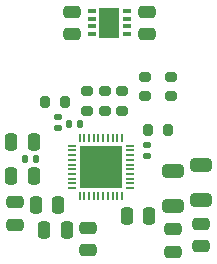
<source format=gbr>
%TF.GenerationSoftware,KiCad,Pcbnew,9.0.0*%
%TF.CreationDate,2025-03-31T19:39:25-04:00*%
%TF.ProjectId,nano405,6e616e6f-3430-4352-9e6b-696361645f70,A*%
%TF.SameCoordinates,Original*%
%TF.FileFunction,Paste,Bot*%
%TF.FilePolarity,Positive*%
%FSLAX46Y46*%
G04 Gerber Fmt 4.6, Leading zero omitted, Abs format (unit mm)*
G04 Created by KiCad (PCBNEW 9.0.0) date 2025-03-31 19:39:25*
%MOMM*%
%LPD*%
G01*
G04 APERTURE LIST*
G04 Aperture macros list*
%AMRoundRect*
0 Rectangle with rounded corners*
0 $1 Rounding radius*
0 $2 $3 $4 $5 $6 $7 $8 $9 X,Y pos of 4 corners*
0 Add a 4 corners polygon primitive as box body*
4,1,4,$2,$3,$4,$5,$6,$7,$8,$9,$2,$3,0*
0 Add four circle primitives for the rounded corners*
1,1,$1+$1,$2,$3*
1,1,$1+$1,$4,$5*
1,1,$1+$1,$6,$7*
1,1,$1+$1,$8,$9*
0 Add four rect primitives between the rounded corners*
20,1,$1+$1,$2,$3,$4,$5,0*
20,1,$1+$1,$4,$5,$6,$7,0*
20,1,$1+$1,$6,$7,$8,$9,0*
20,1,$1+$1,$8,$9,$2,$3,0*%
G04 Aperture macros list end*
%ADD10RoundRect,0.200000X-0.275000X0.200000X-0.275000X-0.200000X0.275000X-0.200000X0.275000X0.200000X0*%
%ADD11RoundRect,0.140000X0.170000X-0.140000X0.170000X0.140000X-0.170000X0.140000X-0.170000X-0.140000X0*%
%ADD12RoundRect,0.250000X0.250000X0.475000X-0.250000X0.475000X-0.250000X-0.475000X0.250000X-0.475000X0*%
%ADD13RoundRect,0.250000X-0.475000X0.250000X-0.475000X-0.250000X0.475000X-0.250000X0.475000X0.250000X0*%
%ADD14RoundRect,0.200000X0.200000X0.275000X-0.200000X0.275000X-0.200000X-0.275000X0.200000X-0.275000X0*%
%ADD15RoundRect,0.250000X0.650000X-0.325000X0.650000X0.325000X-0.650000X0.325000X-0.650000X-0.325000X0*%
%ADD16RoundRect,0.200000X-0.200000X-0.275000X0.200000X-0.275000X0.200000X0.275000X-0.200000X0.275000X0*%
%ADD17RoundRect,0.250000X-0.650000X0.325000X-0.650000X-0.325000X0.650000X-0.325000X0.650000X0.325000X0*%
%ADD18RoundRect,0.250000X-0.250000X-0.475000X0.250000X-0.475000X0.250000X0.475000X-0.250000X0.475000X0*%
%ADD19RoundRect,0.140000X0.140000X0.170000X-0.140000X0.170000X-0.140000X-0.170000X0.140000X-0.170000X0*%
%ADD20R,0.800000X0.350000*%
%ADD21R,1.750000X2.500000*%
%ADD22R,0.762000X0.203200*%
%ADD23R,0.203200X0.762000*%
%ADD24R,3.606800X3.606800*%
G04 APERTURE END LIST*
D10*
%TO.C,R21*%
X117625000Y-56700000D03*
X117625000Y-58350000D03*
%TD*%
D11*
%TO.C,C23*%
X115600000Y-63410000D03*
X115600000Y-62450000D03*
%TD*%
D12*
%TO.C,C20*%
X105975000Y-62200000D03*
X104075000Y-62200000D03*
%TD*%
D11*
%TO.C,C33*%
X108040000Y-61010000D03*
X108040000Y-60050000D03*
%TD*%
D10*
%TO.C,R17*%
X112000000Y-57900000D03*
X112000000Y-59550000D03*
%TD*%
D13*
%TO.C,C25*%
X117750000Y-69600000D03*
X117750000Y-71500000D03*
%TD*%
%TO.C,C49*%
X109225000Y-51175000D03*
X109225000Y-53075000D03*
%TD*%
D12*
%TO.C,C30*%
X108050000Y-67550000D03*
X106150000Y-67550000D03*
%TD*%
D13*
%TO.C,C31*%
X104400000Y-67300000D03*
X104400000Y-69200000D03*
%TD*%
D10*
%TO.C,R19*%
X113500000Y-57900000D03*
X113500000Y-59550000D03*
%TD*%
D14*
%TO.C,R23*%
X108600000Y-58800000D03*
X106950000Y-58800000D03*
%TD*%
D15*
%TO.C,C24*%
X117750000Y-67600000D03*
X117750000Y-64650000D03*
%TD*%
D10*
%TO.C,R20*%
X110500000Y-57900000D03*
X110500000Y-59550000D03*
%TD*%
D12*
%TO.C,C27*%
X115775700Y-68509999D03*
X113875700Y-68509999D03*
%TD*%
D13*
%TO.C,C50*%
X115575000Y-51175000D03*
X115575000Y-53075000D03*
%TD*%
D16*
%TO.C,R18*%
X115700000Y-61200000D03*
X117350000Y-61200000D03*
%TD*%
D17*
%TO.C,C22*%
X120175000Y-64150000D03*
X120175000Y-67100000D03*
%TD*%
D18*
%TO.C,C32*%
X106900000Y-69659999D03*
X108800000Y-69659999D03*
%TD*%
D19*
%TO.C,C21*%
X109900000Y-60659999D03*
X108940000Y-60659999D03*
%TD*%
D20*
%TO.C,U5*%
X113900000Y-51125000D03*
X113900000Y-51775000D03*
X113900000Y-52425000D03*
X113900000Y-53075000D03*
X110900000Y-53075000D03*
X110900000Y-52425000D03*
X110900000Y-51775000D03*
X110900000Y-51125000D03*
D21*
X112400000Y-52100000D03*
%TD*%
D10*
%TO.C,R22*%
X115425000Y-56700000D03*
X115425000Y-58350000D03*
%TD*%
D13*
%TO.C,C26*%
X120175000Y-69150000D03*
X120175000Y-71050000D03*
%TD*%
D12*
%TO.C,C28*%
X105975700Y-65109999D03*
X104075700Y-65109999D03*
%TD*%
D13*
%TO.C,C29*%
X110625000Y-69450000D03*
X110625000Y-71350000D03*
%TD*%
D19*
%TO.C,C19*%
X106200000Y-63675000D03*
X105240000Y-63675000D03*
%TD*%
D22*
%TO.C,U2*%
X114101400Y-62510000D03*
X114101400Y-62909999D03*
X114101400Y-63309998D03*
X114101400Y-63710000D03*
X114101400Y-64109999D03*
X114101400Y-64509999D03*
X114101400Y-64909998D03*
X114101400Y-65310000D03*
X114101400Y-65709999D03*
X114101400Y-66109998D03*
D23*
X113475699Y-66735699D03*
X113075700Y-66735699D03*
X112675701Y-66735699D03*
X112275699Y-66735699D03*
X111875700Y-66735699D03*
X111475700Y-66735699D03*
X111075701Y-66735699D03*
X110675699Y-66735699D03*
X110275700Y-66735699D03*
X109875701Y-66735699D03*
D22*
X109250000Y-66109998D03*
X109250000Y-65709999D03*
X109250000Y-65310000D03*
X109250000Y-64909998D03*
X109250000Y-64509999D03*
X109250000Y-64109999D03*
X109250000Y-63710000D03*
X109250000Y-63309998D03*
X109250000Y-62909999D03*
X109250000Y-62510000D03*
D23*
X109875701Y-61884299D03*
X110275700Y-61884299D03*
X110675699Y-61884299D03*
X111075701Y-61884299D03*
X111475700Y-61884299D03*
X111875700Y-61884299D03*
X112275699Y-61884299D03*
X112675701Y-61884299D03*
X113075700Y-61884299D03*
X113475699Y-61884299D03*
D24*
X111675700Y-64309999D03*
%TD*%
M02*

</source>
